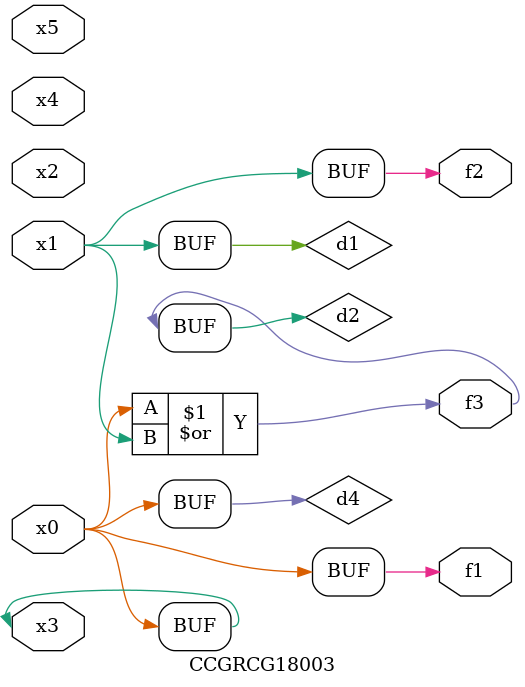
<source format=v>
module CCGRCG18003(
	input x0, x1, x2, x3, x4, x5,
	output f1, f2, f3
);

	wire d1, d2, d3, d4;

	and (d1, x1);
	or (d2, x0, x1);
	nand (d3, x0, x5);
	buf (d4, x0, x3);
	assign f1 = d4;
	assign f2 = d1;
	assign f3 = d2;
endmodule

</source>
